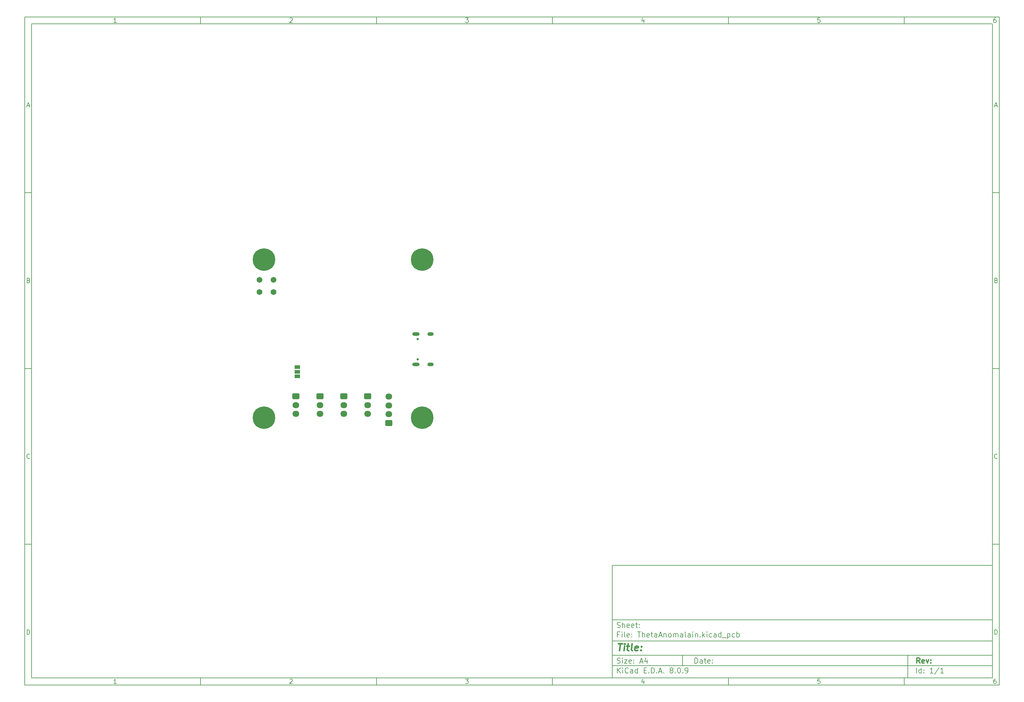
<source format=gbr>
%TF.GenerationSoftware,KiCad,Pcbnew,8.0.9-8.0.9-0~ubuntu24.04.1*%
%TF.CreationDate,2025-05-06T11:39:43+05:00*%
%TF.ProjectId,ThetaAnomalain,54686574-6141-46e6-9f6d-616c61696e2e,rev?*%
%TF.SameCoordinates,Original*%
%TF.FileFunction,Soldermask,Bot*%
%TF.FilePolarity,Negative*%
%FSLAX46Y46*%
G04 Gerber Fmt 4.6, Leading zero omitted, Abs format (unit mm)*
G04 Created by KiCad (PCBNEW 8.0.9-8.0.9-0~ubuntu24.04.1) date 2025-05-06 11:39:43*
%MOMM*%
%LPD*%
G01*
G04 APERTURE LIST*
G04 Aperture macros list*
%AMRoundRect*
0 Rectangle with rounded corners*
0 $1 Rounding radius*
0 $2 $3 $4 $5 $6 $7 $8 $9 X,Y pos of 4 corners*
0 Add a 4 corners polygon primitive as box body*
4,1,4,$2,$3,$4,$5,$6,$7,$8,$9,$2,$3,0*
0 Add four circle primitives for the rounded corners*
1,1,$1+$1,$2,$3*
1,1,$1+$1,$4,$5*
1,1,$1+$1,$6,$7*
1,1,$1+$1,$8,$9*
0 Add four rect primitives between the rounded corners*
20,1,$1+$1,$2,$3,$4,$5,0*
20,1,$1+$1,$4,$5,$6,$7,0*
20,1,$1+$1,$6,$7,$8,$9,0*
20,1,$1+$1,$8,$9,$2,$3,0*%
G04 Aperture macros list end*
%ADD10C,0.100000*%
%ADD11C,0.150000*%
%ADD12C,0.300000*%
%ADD13C,0.400000*%
%ADD14RoundRect,0.250000X-0.725000X0.600000X-0.725000X-0.600000X0.725000X-0.600000X0.725000X0.600000X0*%
%ADD15O,1.950000X1.700000*%
%ADD16C,0.800000*%
%ADD17C,6.400000*%
%ADD18RoundRect,0.250000X0.725000X-0.600000X0.725000X0.600000X-0.725000X0.600000X-0.725000X-0.600000X0*%
%ADD19C,1.649242*%
%ADD20C,0.650000*%
%ADD21O,2.100000X1.000000*%
%ADD22O,1.800000X1.000000*%
%ADD23R,1.500000X1.000000*%
G04 APERTURE END LIST*
D10*
D11*
X177002200Y-166007200D02*
X285002200Y-166007200D01*
X285002200Y-198007200D01*
X177002200Y-198007200D01*
X177002200Y-166007200D01*
D10*
D11*
X10000000Y-10000000D02*
X287002200Y-10000000D01*
X287002200Y-200007200D01*
X10000000Y-200007200D01*
X10000000Y-10000000D01*
D10*
D11*
X12000000Y-12000000D02*
X285002200Y-12000000D01*
X285002200Y-198007200D01*
X12000000Y-198007200D01*
X12000000Y-12000000D01*
D10*
D11*
X60000000Y-12000000D02*
X60000000Y-10000000D01*
D10*
D11*
X110000000Y-12000000D02*
X110000000Y-10000000D01*
D10*
D11*
X160000000Y-12000000D02*
X160000000Y-10000000D01*
D10*
D11*
X210000000Y-12000000D02*
X210000000Y-10000000D01*
D10*
D11*
X260000000Y-12000000D02*
X260000000Y-10000000D01*
D10*
D11*
X36089160Y-11593604D02*
X35346303Y-11593604D01*
X35717731Y-11593604D02*
X35717731Y-10293604D01*
X35717731Y-10293604D02*
X35593922Y-10479319D01*
X35593922Y-10479319D02*
X35470112Y-10603128D01*
X35470112Y-10603128D02*
X35346303Y-10665033D01*
D10*
D11*
X85346303Y-10417414D02*
X85408207Y-10355509D01*
X85408207Y-10355509D02*
X85532017Y-10293604D01*
X85532017Y-10293604D02*
X85841541Y-10293604D01*
X85841541Y-10293604D02*
X85965350Y-10355509D01*
X85965350Y-10355509D02*
X86027255Y-10417414D01*
X86027255Y-10417414D02*
X86089160Y-10541223D01*
X86089160Y-10541223D02*
X86089160Y-10665033D01*
X86089160Y-10665033D02*
X86027255Y-10850747D01*
X86027255Y-10850747D02*
X85284398Y-11593604D01*
X85284398Y-11593604D02*
X86089160Y-11593604D01*
D10*
D11*
X135284398Y-10293604D02*
X136089160Y-10293604D01*
X136089160Y-10293604D02*
X135655826Y-10788842D01*
X135655826Y-10788842D02*
X135841541Y-10788842D01*
X135841541Y-10788842D02*
X135965350Y-10850747D01*
X135965350Y-10850747D02*
X136027255Y-10912652D01*
X136027255Y-10912652D02*
X136089160Y-11036461D01*
X136089160Y-11036461D02*
X136089160Y-11345985D01*
X136089160Y-11345985D02*
X136027255Y-11469795D01*
X136027255Y-11469795D02*
X135965350Y-11531700D01*
X135965350Y-11531700D02*
X135841541Y-11593604D01*
X135841541Y-11593604D02*
X135470112Y-11593604D01*
X135470112Y-11593604D02*
X135346303Y-11531700D01*
X135346303Y-11531700D02*
X135284398Y-11469795D01*
D10*
D11*
X185965350Y-10726938D02*
X185965350Y-11593604D01*
X185655826Y-10231700D02*
X185346303Y-11160271D01*
X185346303Y-11160271D02*
X186151064Y-11160271D01*
D10*
D11*
X236027255Y-10293604D02*
X235408207Y-10293604D01*
X235408207Y-10293604D02*
X235346303Y-10912652D01*
X235346303Y-10912652D02*
X235408207Y-10850747D01*
X235408207Y-10850747D02*
X235532017Y-10788842D01*
X235532017Y-10788842D02*
X235841541Y-10788842D01*
X235841541Y-10788842D02*
X235965350Y-10850747D01*
X235965350Y-10850747D02*
X236027255Y-10912652D01*
X236027255Y-10912652D02*
X236089160Y-11036461D01*
X236089160Y-11036461D02*
X236089160Y-11345985D01*
X236089160Y-11345985D02*
X236027255Y-11469795D01*
X236027255Y-11469795D02*
X235965350Y-11531700D01*
X235965350Y-11531700D02*
X235841541Y-11593604D01*
X235841541Y-11593604D02*
X235532017Y-11593604D01*
X235532017Y-11593604D02*
X235408207Y-11531700D01*
X235408207Y-11531700D02*
X235346303Y-11469795D01*
D10*
D11*
X285965350Y-10293604D02*
X285717731Y-10293604D01*
X285717731Y-10293604D02*
X285593922Y-10355509D01*
X285593922Y-10355509D02*
X285532017Y-10417414D01*
X285532017Y-10417414D02*
X285408207Y-10603128D01*
X285408207Y-10603128D02*
X285346303Y-10850747D01*
X285346303Y-10850747D02*
X285346303Y-11345985D01*
X285346303Y-11345985D02*
X285408207Y-11469795D01*
X285408207Y-11469795D02*
X285470112Y-11531700D01*
X285470112Y-11531700D02*
X285593922Y-11593604D01*
X285593922Y-11593604D02*
X285841541Y-11593604D01*
X285841541Y-11593604D02*
X285965350Y-11531700D01*
X285965350Y-11531700D02*
X286027255Y-11469795D01*
X286027255Y-11469795D02*
X286089160Y-11345985D01*
X286089160Y-11345985D02*
X286089160Y-11036461D01*
X286089160Y-11036461D02*
X286027255Y-10912652D01*
X286027255Y-10912652D02*
X285965350Y-10850747D01*
X285965350Y-10850747D02*
X285841541Y-10788842D01*
X285841541Y-10788842D02*
X285593922Y-10788842D01*
X285593922Y-10788842D02*
X285470112Y-10850747D01*
X285470112Y-10850747D02*
X285408207Y-10912652D01*
X285408207Y-10912652D02*
X285346303Y-11036461D01*
D10*
D11*
X60000000Y-198007200D02*
X60000000Y-200007200D01*
D10*
D11*
X110000000Y-198007200D02*
X110000000Y-200007200D01*
D10*
D11*
X160000000Y-198007200D02*
X160000000Y-200007200D01*
D10*
D11*
X210000000Y-198007200D02*
X210000000Y-200007200D01*
D10*
D11*
X260000000Y-198007200D02*
X260000000Y-200007200D01*
D10*
D11*
X36089160Y-199600804D02*
X35346303Y-199600804D01*
X35717731Y-199600804D02*
X35717731Y-198300804D01*
X35717731Y-198300804D02*
X35593922Y-198486519D01*
X35593922Y-198486519D02*
X35470112Y-198610328D01*
X35470112Y-198610328D02*
X35346303Y-198672233D01*
D10*
D11*
X85346303Y-198424614D02*
X85408207Y-198362709D01*
X85408207Y-198362709D02*
X85532017Y-198300804D01*
X85532017Y-198300804D02*
X85841541Y-198300804D01*
X85841541Y-198300804D02*
X85965350Y-198362709D01*
X85965350Y-198362709D02*
X86027255Y-198424614D01*
X86027255Y-198424614D02*
X86089160Y-198548423D01*
X86089160Y-198548423D02*
X86089160Y-198672233D01*
X86089160Y-198672233D02*
X86027255Y-198857947D01*
X86027255Y-198857947D02*
X85284398Y-199600804D01*
X85284398Y-199600804D02*
X86089160Y-199600804D01*
D10*
D11*
X135284398Y-198300804D02*
X136089160Y-198300804D01*
X136089160Y-198300804D02*
X135655826Y-198796042D01*
X135655826Y-198796042D02*
X135841541Y-198796042D01*
X135841541Y-198796042D02*
X135965350Y-198857947D01*
X135965350Y-198857947D02*
X136027255Y-198919852D01*
X136027255Y-198919852D02*
X136089160Y-199043661D01*
X136089160Y-199043661D02*
X136089160Y-199353185D01*
X136089160Y-199353185D02*
X136027255Y-199476995D01*
X136027255Y-199476995D02*
X135965350Y-199538900D01*
X135965350Y-199538900D02*
X135841541Y-199600804D01*
X135841541Y-199600804D02*
X135470112Y-199600804D01*
X135470112Y-199600804D02*
X135346303Y-199538900D01*
X135346303Y-199538900D02*
X135284398Y-199476995D01*
D10*
D11*
X185965350Y-198734138D02*
X185965350Y-199600804D01*
X185655826Y-198238900D02*
X185346303Y-199167471D01*
X185346303Y-199167471D02*
X186151064Y-199167471D01*
D10*
D11*
X236027255Y-198300804D02*
X235408207Y-198300804D01*
X235408207Y-198300804D02*
X235346303Y-198919852D01*
X235346303Y-198919852D02*
X235408207Y-198857947D01*
X235408207Y-198857947D02*
X235532017Y-198796042D01*
X235532017Y-198796042D02*
X235841541Y-198796042D01*
X235841541Y-198796042D02*
X235965350Y-198857947D01*
X235965350Y-198857947D02*
X236027255Y-198919852D01*
X236027255Y-198919852D02*
X236089160Y-199043661D01*
X236089160Y-199043661D02*
X236089160Y-199353185D01*
X236089160Y-199353185D02*
X236027255Y-199476995D01*
X236027255Y-199476995D02*
X235965350Y-199538900D01*
X235965350Y-199538900D02*
X235841541Y-199600804D01*
X235841541Y-199600804D02*
X235532017Y-199600804D01*
X235532017Y-199600804D02*
X235408207Y-199538900D01*
X235408207Y-199538900D02*
X235346303Y-199476995D01*
D10*
D11*
X285965350Y-198300804D02*
X285717731Y-198300804D01*
X285717731Y-198300804D02*
X285593922Y-198362709D01*
X285593922Y-198362709D02*
X285532017Y-198424614D01*
X285532017Y-198424614D02*
X285408207Y-198610328D01*
X285408207Y-198610328D02*
X285346303Y-198857947D01*
X285346303Y-198857947D02*
X285346303Y-199353185D01*
X285346303Y-199353185D02*
X285408207Y-199476995D01*
X285408207Y-199476995D02*
X285470112Y-199538900D01*
X285470112Y-199538900D02*
X285593922Y-199600804D01*
X285593922Y-199600804D02*
X285841541Y-199600804D01*
X285841541Y-199600804D02*
X285965350Y-199538900D01*
X285965350Y-199538900D02*
X286027255Y-199476995D01*
X286027255Y-199476995D02*
X286089160Y-199353185D01*
X286089160Y-199353185D02*
X286089160Y-199043661D01*
X286089160Y-199043661D02*
X286027255Y-198919852D01*
X286027255Y-198919852D02*
X285965350Y-198857947D01*
X285965350Y-198857947D02*
X285841541Y-198796042D01*
X285841541Y-198796042D02*
X285593922Y-198796042D01*
X285593922Y-198796042D02*
X285470112Y-198857947D01*
X285470112Y-198857947D02*
X285408207Y-198919852D01*
X285408207Y-198919852D02*
X285346303Y-199043661D01*
D10*
D11*
X10000000Y-60000000D02*
X12000000Y-60000000D01*
D10*
D11*
X10000000Y-110000000D02*
X12000000Y-110000000D01*
D10*
D11*
X10000000Y-160000000D02*
X12000000Y-160000000D01*
D10*
D11*
X10690476Y-35222176D02*
X11309523Y-35222176D01*
X10566666Y-35593604D02*
X10999999Y-34293604D01*
X10999999Y-34293604D02*
X11433333Y-35593604D01*
D10*
D11*
X11092857Y-84912652D02*
X11278571Y-84974557D01*
X11278571Y-84974557D02*
X11340476Y-85036461D01*
X11340476Y-85036461D02*
X11402380Y-85160271D01*
X11402380Y-85160271D02*
X11402380Y-85345985D01*
X11402380Y-85345985D02*
X11340476Y-85469795D01*
X11340476Y-85469795D02*
X11278571Y-85531700D01*
X11278571Y-85531700D02*
X11154761Y-85593604D01*
X11154761Y-85593604D02*
X10659523Y-85593604D01*
X10659523Y-85593604D02*
X10659523Y-84293604D01*
X10659523Y-84293604D02*
X11092857Y-84293604D01*
X11092857Y-84293604D02*
X11216666Y-84355509D01*
X11216666Y-84355509D02*
X11278571Y-84417414D01*
X11278571Y-84417414D02*
X11340476Y-84541223D01*
X11340476Y-84541223D02*
X11340476Y-84665033D01*
X11340476Y-84665033D02*
X11278571Y-84788842D01*
X11278571Y-84788842D02*
X11216666Y-84850747D01*
X11216666Y-84850747D02*
X11092857Y-84912652D01*
X11092857Y-84912652D02*
X10659523Y-84912652D01*
D10*
D11*
X11402380Y-135469795D02*
X11340476Y-135531700D01*
X11340476Y-135531700D02*
X11154761Y-135593604D01*
X11154761Y-135593604D02*
X11030952Y-135593604D01*
X11030952Y-135593604D02*
X10845238Y-135531700D01*
X10845238Y-135531700D02*
X10721428Y-135407890D01*
X10721428Y-135407890D02*
X10659523Y-135284080D01*
X10659523Y-135284080D02*
X10597619Y-135036461D01*
X10597619Y-135036461D02*
X10597619Y-134850747D01*
X10597619Y-134850747D02*
X10659523Y-134603128D01*
X10659523Y-134603128D02*
X10721428Y-134479319D01*
X10721428Y-134479319D02*
X10845238Y-134355509D01*
X10845238Y-134355509D02*
X11030952Y-134293604D01*
X11030952Y-134293604D02*
X11154761Y-134293604D01*
X11154761Y-134293604D02*
X11340476Y-134355509D01*
X11340476Y-134355509D02*
X11402380Y-134417414D01*
D10*
D11*
X10659523Y-185593604D02*
X10659523Y-184293604D01*
X10659523Y-184293604D02*
X10969047Y-184293604D01*
X10969047Y-184293604D02*
X11154761Y-184355509D01*
X11154761Y-184355509D02*
X11278571Y-184479319D01*
X11278571Y-184479319D02*
X11340476Y-184603128D01*
X11340476Y-184603128D02*
X11402380Y-184850747D01*
X11402380Y-184850747D02*
X11402380Y-185036461D01*
X11402380Y-185036461D02*
X11340476Y-185284080D01*
X11340476Y-185284080D02*
X11278571Y-185407890D01*
X11278571Y-185407890D02*
X11154761Y-185531700D01*
X11154761Y-185531700D02*
X10969047Y-185593604D01*
X10969047Y-185593604D02*
X10659523Y-185593604D01*
D10*
D11*
X287002200Y-60000000D02*
X285002200Y-60000000D01*
D10*
D11*
X287002200Y-110000000D02*
X285002200Y-110000000D01*
D10*
D11*
X287002200Y-160000000D02*
X285002200Y-160000000D01*
D10*
D11*
X285692676Y-35222176D02*
X286311723Y-35222176D01*
X285568866Y-35593604D02*
X286002199Y-34293604D01*
X286002199Y-34293604D02*
X286435533Y-35593604D01*
D10*
D11*
X286095057Y-84912652D02*
X286280771Y-84974557D01*
X286280771Y-84974557D02*
X286342676Y-85036461D01*
X286342676Y-85036461D02*
X286404580Y-85160271D01*
X286404580Y-85160271D02*
X286404580Y-85345985D01*
X286404580Y-85345985D02*
X286342676Y-85469795D01*
X286342676Y-85469795D02*
X286280771Y-85531700D01*
X286280771Y-85531700D02*
X286156961Y-85593604D01*
X286156961Y-85593604D02*
X285661723Y-85593604D01*
X285661723Y-85593604D02*
X285661723Y-84293604D01*
X285661723Y-84293604D02*
X286095057Y-84293604D01*
X286095057Y-84293604D02*
X286218866Y-84355509D01*
X286218866Y-84355509D02*
X286280771Y-84417414D01*
X286280771Y-84417414D02*
X286342676Y-84541223D01*
X286342676Y-84541223D02*
X286342676Y-84665033D01*
X286342676Y-84665033D02*
X286280771Y-84788842D01*
X286280771Y-84788842D02*
X286218866Y-84850747D01*
X286218866Y-84850747D02*
X286095057Y-84912652D01*
X286095057Y-84912652D02*
X285661723Y-84912652D01*
D10*
D11*
X286404580Y-135469795D02*
X286342676Y-135531700D01*
X286342676Y-135531700D02*
X286156961Y-135593604D01*
X286156961Y-135593604D02*
X286033152Y-135593604D01*
X286033152Y-135593604D02*
X285847438Y-135531700D01*
X285847438Y-135531700D02*
X285723628Y-135407890D01*
X285723628Y-135407890D02*
X285661723Y-135284080D01*
X285661723Y-135284080D02*
X285599819Y-135036461D01*
X285599819Y-135036461D02*
X285599819Y-134850747D01*
X285599819Y-134850747D02*
X285661723Y-134603128D01*
X285661723Y-134603128D02*
X285723628Y-134479319D01*
X285723628Y-134479319D02*
X285847438Y-134355509D01*
X285847438Y-134355509D02*
X286033152Y-134293604D01*
X286033152Y-134293604D02*
X286156961Y-134293604D01*
X286156961Y-134293604D02*
X286342676Y-134355509D01*
X286342676Y-134355509D02*
X286404580Y-134417414D01*
D10*
D11*
X285661723Y-185593604D02*
X285661723Y-184293604D01*
X285661723Y-184293604D02*
X285971247Y-184293604D01*
X285971247Y-184293604D02*
X286156961Y-184355509D01*
X286156961Y-184355509D02*
X286280771Y-184479319D01*
X286280771Y-184479319D02*
X286342676Y-184603128D01*
X286342676Y-184603128D02*
X286404580Y-184850747D01*
X286404580Y-184850747D02*
X286404580Y-185036461D01*
X286404580Y-185036461D02*
X286342676Y-185284080D01*
X286342676Y-185284080D02*
X286280771Y-185407890D01*
X286280771Y-185407890D02*
X286156961Y-185531700D01*
X286156961Y-185531700D02*
X285971247Y-185593604D01*
X285971247Y-185593604D02*
X285661723Y-185593604D01*
D10*
D11*
X200458026Y-193793328D02*
X200458026Y-192293328D01*
X200458026Y-192293328D02*
X200815169Y-192293328D01*
X200815169Y-192293328D02*
X201029455Y-192364757D01*
X201029455Y-192364757D02*
X201172312Y-192507614D01*
X201172312Y-192507614D02*
X201243741Y-192650471D01*
X201243741Y-192650471D02*
X201315169Y-192936185D01*
X201315169Y-192936185D02*
X201315169Y-193150471D01*
X201315169Y-193150471D02*
X201243741Y-193436185D01*
X201243741Y-193436185D02*
X201172312Y-193579042D01*
X201172312Y-193579042D02*
X201029455Y-193721900D01*
X201029455Y-193721900D02*
X200815169Y-193793328D01*
X200815169Y-193793328D02*
X200458026Y-193793328D01*
X202600884Y-193793328D02*
X202600884Y-193007614D01*
X202600884Y-193007614D02*
X202529455Y-192864757D01*
X202529455Y-192864757D02*
X202386598Y-192793328D01*
X202386598Y-192793328D02*
X202100884Y-192793328D01*
X202100884Y-192793328D02*
X201958026Y-192864757D01*
X202600884Y-193721900D02*
X202458026Y-193793328D01*
X202458026Y-193793328D02*
X202100884Y-193793328D01*
X202100884Y-193793328D02*
X201958026Y-193721900D01*
X201958026Y-193721900D02*
X201886598Y-193579042D01*
X201886598Y-193579042D02*
X201886598Y-193436185D01*
X201886598Y-193436185D02*
X201958026Y-193293328D01*
X201958026Y-193293328D02*
X202100884Y-193221900D01*
X202100884Y-193221900D02*
X202458026Y-193221900D01*
X202458026Y-193221900D02*
X202600884Y-193150471D01*
X203100884Y-192793328D02*
X203672312Y-192793328D01*
X203315169Y-192293328D02*
X203315169Y-193579042D01*
X203315169Y-193579042D02*
X203386598Y-193721900D01*
X203386598Y-193721900D02*
X203529455Y-193793328D01*
X203529455Y-193793328D02*
X203672312Y-193793328D01*
X204743741Y-193721900D02*
X204600884Y-193793328D01*
X204600884Y-193793328D02*
X204315170Y-193793328D01*
X204315170Y-193793328D02*
X204172312Y-193721900D01*
X204172312Y-193721900D02*
X204100884Y-193579042D01*
X204100884Y-193579042D02*
X204100884Y-193007614D01*
X204100884Y-193007614D02*
X204172312Y-192864757D01*
X204172312Y-192864757D02*
X204315170Y-192793328D01*
X204315170Y-192793328D02*
X204600884Y-192793328D01*
X204600884Y-192793328D02*
X204743741Y-192864757D01*
X204743741Y-192864757D02*
X204815170Y-193007614D01*
X204815170Y-193007614D02*
X204815170Y-193150471D01*
X204815170Y-193150471D02*
X204100884Y-193293328D01*
X205458026Y-193650471D02*
X205529455Y-193721900D01*
X205529455Y-193721900D02*
X205458026Y-193793328D01*
X205458026Y-193793328D02*
X205386598Y-193721900D01*
X205386598Y-193721900D02*
X205458026Y-193650471D01*
X205458026Y-193650471D02*
X205458026Y-193793328D01*
X205458026Y-192864757D02*
X205529455Y-192936185D01*
X205529455Y-192936185D02*
X205458026Y-193007614D01*
X205458026Y-193007614D02*
X205386598Y-192936185D01*
X205386598Y-192936185D02*
X205458026Y-192864757D01*
X205458026Y-192864757D02*
X205458026Y-193007614D01*
D10*
D11*
X177002200Y-194507200D02*
X285002200Y-194507200D01*
D10*
D11*
X178458026Y-196593328D02*
X178458026Y-195093328D01*
X179315169Y-196593328D02*
X178672312Y-195736185D01*
X179315169Y-195093328D02*
X178458026Y-195950471D01*
X179958026Y-196593328D02*
X179958026Y-195593328D01*
X179958026Y-195093328D02*
X179886598Y-195164757D01*
X179886598Y-195164757D02*
X179958026Y-195236185D01*
X179958026Y-195236185D02*
X180029455Y-195164757D01*
X180029455Y-195164757D02*
X179958026Y-195093328D01*
X179958026Y-195093328D02*
X179958026Y-195236185D01*
X181529455Y-196450471D02*
X181458027Y-196521900D01*
X181458027Y-196521900D02*
X181243741Y-196593328D01*
X181243741Y-196593328D02*
X181100884Y-196593328D01*
X181100884Y-196593328D02*
X180886598Y-196521900D01*
X180886598Y-196521900D02*
X180743741Y-196379042D01*
X180743741Y-196379042D02*
X180672312Y-196236185D01*
X180672312Y-196236185D02*
X180600884Y-195950471D01*
X180600884Y-195950471D02*
X180600884Y-195736185D01*
X180600884Y-195736185D02*
X180672312Y-195450471D01*
X180672312Y-195450471D02*
X180743741Y-195307614D01*
X180743741Y-195307614D02*
X180886598Y-195164757D01*
X180886598Y-195164757D02*
X181100884Y-195093328D01*
X181100884Y-195093328D02*
X181243741Y-195093328D01*
X181243741Y-195093328D02*
X181458027Y-195164757D01*
X181458027Y-195164757D02*
X181529455Y-195236185D01*
X182815170Y-196593328D02*
X182815170Y-195807614D01*
X182815170Y-195807614D02*
X182743741Y-195664757D01*
X182743741Y-195664757D02*
X182600884Y-195593328D01*
X182600884Y-195593328D02*
X182315170Y-195593328D01*
X182315170Y-195593328D02*
X182172312Y-195664757D01*
X182815170Y-196521900D02*
X182672312Y-196593328D01*
X182672312Y-196593328D02*
X182315170Y-196593328D01*
X182315170Y-196593328D02*
X182172312Y-196521900D01*
X182172312Y-196521900D02*
X182100884Y-196379042D01*
X182100884Y-196379042D02*
X182100884Y-196236185D01*
X182100884Y-196236185D02*
X182172312Y-196093328D01*
X182172312Y-196093328D02*
X182315170Y-196021900D01*
X182315170Y-196021900D02*
X182672312Y-196021900D01*
X182672312Y-196021900D02*
X182815170Y-195950471D01*
X184172313Y-196593328D02*
X184172313Y-195093328D01*
X184172313Y-196521900D02*
X184029455Y-196593328D01*
X184029455Y-196593328D02*
X183743741Y-196593328D01*
X183743741Y-196593328D02*
X183600884Y-196521900D01*
X183600884Y-196521900D02*
X183529455Y-196450471D01*
X183529455Y-196450471D02*
X183458027Y-196307614D01*
X183458027Y-196307614D02*
X183458027Y-195879042D01*
X183458027Y-195879042D02*
X183529455Y-195736185D01*
X183529455Y-195736185D02*
X183600884Y-195664757D01*
X183600884Y-195664757D02*
X183743741Y-195593328D01*
X183743741Y-195593328D02*
X184029455Y-195593328D01*
X184029455Y-195593328D02*
X184172313Y-195664757D01*
X186029455Y-195807614D02*
X186529455Y-195807614D01*
X186743741Y-196593328D02*
X186029455Y-196593328D01*
X186029455Y-196593328D02*
X186029455Y-195093328D01*
X186029455Y-195093328D02*
X186743741Y-195093328D01*
X187386598Y-196450471D02*
X187458027Y-196521900D01*
X187458027Y-196521900D02*
X187386598Y-196593328D01*
X187386598Y-196593328D02*
X187315170Y-196521900D01*
X187315170Y-196521900D02*
X187386598Y-196450471D01*
X187386598Y-196450471D02*
X187386598Y-196593328D01*
X188100884Y-196593328D02*
X188100884Y-195093328D01*
X188100884Y-195093328D02*
X188458027Y-195093328D01*
X188458027Y-195093328D02*
X188672313Y-195164757D01*
X188672313Y-195164757D02*
X188815170Y-195307614D01*
X188815170Y-195307614D02*
X188886599Y-195450471D01*
X188886599Y-195450471D02*
X188958027Y-195736185D01*
X188958027Y-195736185D02*
X188958027Y-195950471D01*
X188958027Y-195950471D02*
X188886599Y-196236185D01*
X188886599Y-196236185D02*
X188815170Y-196379042D01*
X188815170Y-196379042D02*
X188672313Y-196521900D01*
X188672313Y-196521900D02*
X188458027Y-196593328D01*
X188458027Y-196593328D02*
X188100884Y-196593328D01*
X189600884Y-196450471D02*
X189672313Y-196521900D01*
X189672313Y-196521900D02*
X189600884Y-196593328D01*
X189600884Y-196593328D02*
X189529456Y-196521900D01*
X189529456Y-196521900D02*
X189600884Y-196450471D01*
X189600884Y-196450471D02*
X189600884Y-196593328D01*
X190243742Y-196164757D02*
X190958028Y-196164757D01*
X190100885Y-196593328D02*
X190600885Y-195093328D01*
X190600885Y-195093328D02*
X191100885Y-196593328D01*
X191600884Y-196450471D02*
X191672313Y-196521900D01*
X191672313Y-196521900D02*
X191600884Y-196593328D01*
X191600884Y-196593328D02*
X191529456Y-196521900D01*
X191529456Y-196521900D02*
X191600884Y-196450471D01*
X191600884Y-196450471D02*
X191600884Y-196593328D01*
X193672313Y-195736185D02*
X193529456Y-195664757D01*
X193529456Y-195664757D02*
X193458027Y-195593328D01*
X193458027Y-195593328D02*
X193386599Y-195450471D01*
X193386599Y-195450471D02*
X193386599Y-195379042D01*
X193386599Y-195379042D02*
X193458027Y-195236185D01*
X193458027Y-195236185D02*
X193529456Y-195164757D01*
X193529456Y-195164757D02*
X193672313Y-195093328D01*
X193672313Y-195093328D02*
X193958027Y-195093328D01*
X193958027Y-195093328D02*
X194100885Y-195164757D01*
X194100885Y-195164757D02*
X194172313Y-195236185D01*
X194172313Y-195236185D02*
X194243742Y-195379042D01*
X194243742Y-195379042D02*
X194243742Y-195450471D01*
X194243742Y-195450471D02*
X194172313Y-195593328D01*
X194172313Y-195593328D02*
X194100885Y-195664757D01*
X194100885Y-195664757D02*
X193958027Y-195736185D01*
X193958027Y-195736185D02*
X193672313Y-195736185D01*
X193672313Y-195736185D02*
X193529456Y-195807614D01*
X193529456Y-195807614D02*
X193458027Y-195879042D01*
X193458027Y-195879042D02*
X193386599Y-196021900D01*
X193386599Y-196021900D02*
X193386599Y-196307614D01*
X193386599Y-196307614D02*
X193458027Y-196450471D01*
X193458027Y-196450471D02*
X193529456Y-196521900D01*
X193529456Y-196521900D02*
X193672313Y-196593328D01*
X193672313Y-196593328D02*
X193958027Y-196593328D01*
X193958027Y-196593328D02*
X194100885Y-196521900D01*
X194100885Y-196521900D02*
X194172313Y-196450471D01*
X194172313Y-196450471D02*
X194243742Y-196307614D01*
X194243742Y-196307614D02*
X194243742Y-196021900D01*
X194243742Y-196021900D02*
X194172313Y-195879042D01*
X194172313Y-195879042D02*
X194100885Y-195807614D01*
X194100885Y-195807614D02*
X193958027Y-195736185D01*
X194886598Y-196450471D02*
X194958027Y-196521900D01*
X194958027Y-196521900D02*
X194886598Y-196593328D01*
X194886598Y-196593328D02*
X194815170Y-196521900D01*
X194815170Y-196521900D02*
X194886598Y-196450471D01*
X194886598Y-196450471D02*
X194886598Y-196593328D01*
X195886599Y-195093328D02*
X196029456Y-195093328D01*
X196029456Y-195093328D02*
X196172313Y-195164757D01*
X196172313Y-195164757D02*
X196243742Y-195236185D01*
X196243742Y-195236185D02*
X196315170Y-195379042D01*
X196315170Y-195379042D02*
X196386599Y-195664757D01*
X196386599Y-195664757D02*
X196386599Y-196021900D01*
X196386599Y-196021900D02*
X196315170Y-196307614D01*
X196315170Y-196307614D02*
X196243742Y-196450471D01*
X196243742Y-196450471D02*
X196172313Y-196521900D01*
X196172313Y-196521900D02*
X196029456Y-196593328D01*
X196029456Y-196593328D02*
X195886599Y-196593328D01*
X195886599Y-196593328D02*
X195743742Y-196521900D01*
X195743742Y-196521900D02*
X195672313Y-196450471D01*
X195672313Y-196450471D02*
X195600884Y-196307614D01*
X195600884Y-196307614D02*
X195529456Y-196021900D01*
X195529456Y-196021900D02*
X195529456Y-195664757D01*
X195529456Y-195664757D02*
X195600884Y-195379042D01*
X195600884Y-195379042D02*
X195672313Y-195236185D01*
X195672313Y-195236185D02*
X195743742Y-195164757D01*
X195743742Y-195164757D02*
X195886599Y-195093328D01*
X197029455Y-196450471D02*
X197100884Y-196521900D01*
X197100884Y-196521900D02*
X197029455Y-196593328D01*
X197029455Y-196593328D02*
X196958027Y-196521900D01*
X196958027Y-196521900D02*
X197029455Y-196450471D01*
X197029455Y-196450471D02*
X197029455Y-196593328D01*
X197815170Y-196593328D02*
X198100884Y-196593328D01*
X198100884Y-196593328D02*
X198243741Y-196521900D01*
X198243741Y-196521900D02*
X198315170Y-196450471D01*
X198315170Y-196450471D02*
X198458027Y-196236185D01*
X198458027Y-196236185D02*
X198529456Y-195950471D01*
X198529456Y-195950471D02*
X198529456Y-195379042D01*
X198529456Y-195379042D02*
X198458027Y-195236185D01*
X198458027Y-195236185D02*
X198386599Y-195164757D01*
X198386599Y-195164757D02*
X198243741Y-195093328D01*
X198243741Y-195093328D02*
X197958027Y-195093328D01*
X197958027Y-195093328D02*
X197815170Y-195164757D01*
X197815170Y-195164757D02*
X197743741Y-195236185D01*
X197743741Y-195236185D02*
X197672313Y-195379042D01*
X197672313Y-195379042D02*
X197672313Y-195736185D01*
X197672313Y-195736185D02*
X197743741Y-195879042D01*
X197743741Y-195879042D02*
X197815170Y-195950471D01*
X197815170Y-195950471D02*
X197958027Y-196021900D01*
X197958027Y-196021900D02*
X198243741Y-196021900D01*
X198243741Y-196021900D02*
X198386599Y-195950471D01*
X198386599Y-195950471D02*
X198458027Y-195879042D01*
X198458027Y-195879042D02*
X198529456Y-195736185D01*
D10*
D11*
X177002200Y-191507200D02*
X285002200Y-191507200D01*
D10*
D12*
X264413853Y-193785528D02*
X263913853Y-193071242D01*
X263556710Y-193785528D02*
X263556710Y-192285528D01*
X263556710Y-192285528D02*
X264128139Y-192285528D01*
X264128139Y-192285528D02*
X264270996Y-192356957D01*
X264270996Y-192356957D02*
X264342425Y-192428385D01*
X264342425Y-192428385D02*
X264413853Y-192571242D01*
X264413853Y-192571242D02*
X264413853Y-192785528D01*
X264413853Y-192785528D02*
X264342425Y-192928385D01*
X264342425Y-192928385D02*
X264270996Y-192999814D01*
X264270996Y-192999814D02*
X264128139Y-193071242D01*
X264128139Y-193071242D02*
X263556710Y-193071242D01*
X265628139Y-193714100D02*
X265485282Y-193785528D01*
X265485282Y-193785528D02*
X265199568Y-193785528D01*
X265199568Y-193785528D02*
X265056710Y-193714100D01*
X265056710Y-193714100D02*
X264985282Y-193571242D01*
X264985282Y-193571242D02*
X264985282Y-192999814D01*
X264985282Y-192999814D02*
X265056710Y-192856957D01*
X265056710Y-192856957D02*
X265199568Y-192785528D01*
X265199568Y-192785528D02*
X265485282Y-192785528D01*
X265485282Y-192785528D02*
X265628139Y-192856957D01*
X265628139Y-192856957D02*
X265699568Y-192999814D01*
X265699568Y-192999814D02*
X265699568Y-193142671D01*
X265699568Y-193142671D02*
X264985282Y-193285528D01*
X266199567Y-192785528D02*
X266556710Y-193785528D01*
X266556710Y-193785528D02*
X266913853Y-192785528D01*
X267485281Y-193642671D02*
X267556710Y-193714100D01*
X267556710Y-193714100D02*
X267485281Y-193785528D01*
X267485281Y-193785528D02*
X267413853Y-193714100D01*
X267413853Y-193714100D02*
X267485281Y-193642671D01*
X267485281Y-193642671D02*
X267485281Y-193785528D01*
X267485281Y-192856957D02*
X267556710Y-192928385D01*
X267556710Y-192928385D02*
X267485281Y-192999814D01*
X267485281Y-192999814D02*
X267413853Y-192928385D01*
X267413853Y-192928385D02*
X267485281Y-192856957D01*
X267485281Y-192856957D02*
X267485281Y-192999814D01*
D10*
D11*
X178386598Y-193721900D02*
X178600884Y-193793328D01*
X178600884Y-193793328D02*
X178958026Y-193793328D01*
X178958026Y-193793328D02*
X179100884Y-193721900D01*
X179100884Y-193721900D02*
X179172312Y-193650471D01*
X179172312Y-193650471D02*
X179243741Y-193507614D01*
X179243741Y-193507614D02*
X179243741Y-193364757D01*
X179243741Y-193364757D02*
X179172312Y-193221900D01*
X179172312Y-193221900D02*
X179100884Y-193150471D01*
X179100884Y-193150471D02*
X178958026Y-193079042D01*
X178958026Y-193079042D02*
X178672312Y-193007614D01*
X178672312Y-193007614D02*
X178529455Y-192936185D01*
X178529455Y-192936185D02*
X178458026Y-192864757D01*
X178458026Y-192864757D02*
X178386598Y-192721900D01*
X178386598Y-192721900D02*
X178386598Y-192579042D01*
X178386598Y-192579042D02*
X178458026Y-192436185D01*
X178458026Y-192436185D02*
X178529455Y-192364757D01*
X178529455Y-192364757D02*
X178672312Y-192293328D01*
X178672312Y-192293328D02*
X179029455Y-192293328D01*
X179029455Y-192293328D02*
X179243741Y-192364757D01*
X179886597Y-193793328D02*
X179886597Y-192793328D01*
X179886597Y-192293328D02*
X179815169Y-192364757D01*
X179815169Y-192364757D02*
X179886597Y-192436185D01*
X179886597Y-192436185D02*
X179958026Y-192364757D01*
X179958026Y-192364757D02*
X179886597Y-192293328D01*
X179886597Y-192293328D02*
X179886597Y-192436185D01*
X180458026Y-192793328D02*
X181243741Y-192793328D01*
X181243741Y-192793328D02*
X180458026Y-193793328D01*
X180458026Y-193793328D02*
X181243741Y-193793328D01*
X182386598Y-193721900D02*
X182243741Y-193793328D01*
X182243741Y-193793328D02*
X181958027Y-193793328D01*
X181958027Y-193793328D02*
X181815169Y-193721900D01*
X181815169Y-193721900D02*
X181743741Y-193579042D01*
X181743741Y-193579042D02*
X181743741Y-193007614D01*
X181743741Y-193007614D02*
X181815169Y-192864757D01*
X181815169Y-192864757D02*
X181958027Y-192793328D01*
X181958027Y-192793328D02*
X182243741Y-192793328D01*
X182243741Y-192793328D02*
X182386598Y-192864757D01*
X182386598Y-192864757D02*
X182458027Y-193007614D01*
X182458027Y-193007614D02*
X182458027Y-193150471D01*
X182458027Y-193150471D02*
X181743741Y-193293328D01*
X183100883Y-193650471D02*
X183172312Y-193721900D01*
X183172312Y-193721900D02*
X183100883Y-193793328D01*
X183100883Y-193793328D02*
X183029455Y-193721900D01*
X183029455Y-193721900D02*
X183100883Y-193650471D01*
X183100883Y-193650471D02*
X183100883Y-193793328D01*
X183100883Y-192864757D02*
X183172312Y-192936185D01*
X183172312Y-192936185D02*
X183100883Y-193007614D01*
X183100883Y-193007614D02*
X183029455Y-192936185D01*
X183029455Y-192936185D02*
X183100883Y-192864757D01*
X183100883Y-192864757D02*
X183100883Y-193007614D01*
X184886598Y-193364757D02*
X185600884Y-193364757D01*
X184743741Y-193793328D02*
X185243741Y-192293328D01*
X185243741Y-192293328D02*
X185743741Y-193793328D01*
X186886598Y-192793328D02*
X186886598Y-193793328D01*
X186529455Y-192221900D02*
X186172312Y-193293328D01*
X186172312Y-193293328D02*
X187100883Y-193293328D01*
D10*
D11*
X263458026Y-196593328D02*
X263458026Y-195093328D01*
X264815170Y-196593328D02*
X264815170Y-195093328D01*
X264815170Y-196521900D02*
X264672312Y-196593328D01*
X264672312Y-196593328D02*
X264386598Y-196593328D01*
X264386598Y-196593328D02*
X264243741Y-196521900D01*
X264243741Y-196521900D02*
X264172312Y-196450471D01*
X264172312Y-196450471D02*
X264100884Y-196307614D01*
X264100884Y-196307614D02*
X264100884Y-195879042D01*
X264100884Y-195879042D02*
X264172312Y-195736185D01*
X264172312Y-195736185D02*
X264243741Y-195664757D01*
X264243741Y-195664757D02*
X264386598Y-195593328D01*
X264386598Y-195593328D02*
X264672312Y-195593328D01*
X264672312Y-195593328D02*
X264815170Y-195664757D01*
X265529455Y-196450471D02*
X265600884Y-196521900D01*
X265600884Y-196521900D02*
X265529455Y-196593328D01*
X265529455Y-196593328D02*
X265458027Y-196521900D01*
X265458027Y-196521900D02*
X265529455Y-196450471D01*
X265529455Y-196450471D02*
X265529455Y-196593328D01*
X265529455Y-195664757D02*
X265600884Y-195736185D01*
X265600884Y-195736185D02*
X265529455Y-195807614D01*
X265529455Y-195807614D02*
X265458027Y-195736185D01*
X265458027Y-195736185D02*
X265529455Y-195664757D01*
X265529455Y-195664757D02*
X265529455Y-195807614D01*
X268172313Y-196593328D02*
X267315170Y-196593328D01*
X267743741Y-196593328D02*
X267743741Y-195093328D01*
X267743741Y-195093328D02*
X267600884Y-195307614D01*
X267600884Y-195307614D02*
X267458027Y-195450471D01*
X267458027Y-195450471D02*
X267315170Y-195521900D01*
X269886598Y-195021900D02*
X268600884Y-196950471D01*
X271172313Y-196593328D02*
X270315170Y-196593328D01*
X270743741Y-196593328D02*
X270743741Y-195093328D01*
X270743741Y-195093328D02*
X270600884Y-195307614D01*
X270600884Y-195307614D02*
X270458027Y-195450471D01*
X270458027Y-195450471D02*
X270315170Y-195521900D01*
D10*
D11*
X177002200Y-187507200D02*
X285002200Y-187507200D01*
D10*
D13*
X178693928Y-188211638D02*
X179836785Y-188211638D01*
X179015357Y-190211638D02*
X179265357Y-188211638D01*
X180253452Y-190211638D02*
X180420119Y-188878304D01*
X180503452Y-188211638D02*
X180396309Y-188306876D01*
X180396309Y-188306876D02*
X180479643Y-188402114D01*
X180479643Y-188402114D02*
X180586786Y-188306876D01*
X180586786Y-188306876D02*
X180503452Y-188211638D01*
X180503452Y-188211638D02*
X180479643Y-188402114D01*
X181086786Y-188878304D02*
X181848690Y-188878304D01*
X181455833Y-188211638D02*
X181241548Y-189925923D01*
X181241548Y-189925923D02*
X181312976Y-190116400D01*
X181312976Y-190116400D02*
X181491548Y-190211638D01*
X181491548Y-190211638D02*
X181682024Y-190211638D01*
X182634405Y-190211638D02*
X182455833Y-190116400D01*
X182455833Y-190116400D02*
X182384405Y-189925923D01*
X182384405Y-189925923D02*
X182598690Y-188211638D01*
X184170119Y-190116400D02*
X183967738Y-190211638D01*
X183967738Y-190211638D02*
X183586785Y-190211638D01*
X183586785Y-190211638D02*
X183408214Y-190116400D01*
X183408214Y-190116400D02*
X183336785Y-189925923D01*
X183336785Y-189925923D02*
X183432024Y-189164019D01*
X183432024Y-189164019D02*
X183551071Y-188973542D01*
X183551071Y-188973542D02*
X183753452Y-188878304D01*
X183753452Y-188878304D02*
X184134404Y-188878304D01*
X184134404Y-188878304D02*
X184312976Y-188973542D01*
X184312976Y-188973542D02*
X184384404Y-189164019D01*
X184384404Y-189164019D02*
X184360595Y-189354495D01*
X184360595Y-189354495D02*
X183384404Y-189544971D01*
X185134405Y-190021161D02*
X185217738Y-190116400D01*
X185217738Y-190116400D02*
X185110595Y-190211638D01*
X185110595Y-190211638D02*
X185027262Y-190116400D01*
X185027262Y-190116400D02*
X185134405Y-190021161D01*
X185134405Y-190021161D02*
X185110595Y-190211638D01*
X185265357Y-188973542D02*
X185348690Y-189068780D01*
X185348690Y-189068780D02*
X185241548Y-189164019D01*
X185241548Y-189164019D02*
X185158214Y-189068780D01*
X185158214Y-189068780D02*
X185265357Y-188973542D01*
X185265357Y-188973542D02*
X185241548Y-189164019D01*
D10*
D11*
X178958026Y-185607614D02*
X178458026Y-185607614D01*
X178458026Y-186393328D02*
X178458026Y-184893328D01*
X178458026Y-184893328D02*
X179172312Y-184893328D01*
X179743740Y-186393328D02*
X179743740Y-185393328D01*
X179743740Y-184893328D02*
X179672312Y-184964757D01*
X179672312Y-184964757D02*
X179743740Y-185036185D01*
X179743740Y-185036185D02*
X179815169Y-184964757D01*
X179815169Y-184964757D02*
X179743740Y-184893328D01*
X179743740Y-184893328D02*
X179743740Y-185036185D01*
X180672312Y-186393328D02*
X180529455Y-186321900D01*
X180529455Y-186321900D02*
X180458026Y-186179042D01*
X180458026Y-186179042D02*
X180458026Y-184893328D01*
X181815169Y-186321900D02*
X181672312Y-186393328D01*
X181672312Y-186393328D02*
X181386598Y-186393328D01*
X181386598Y-186393328D02*
X181243740Y-186321900D01*
X181243740Y-186321900D02*
X181172312Y-186179042D01*
X181172312Y-186179042D02*
X181172312Y-185607614D01*
X181172312Y-185607614D02*
X181243740Y-185464757D01*
X181243740Y-185464757D02*
X181386598Y-185393328D01*
X181386598Y-185393328D02*
X181672312Y-185393328D01*
X181672312Y-185393328D02*
X181815169Y-185464757D01*
X181815169Y-185464757D02*
X181886598Y-185607614D01*
X181886598Y-185607614D02*
X181886598Y-185750471D01*
X181886598Y-185750471D02*
X181172312Y-185893328D01*
X182529454Y-186250471D02*
X182600883Y-186321900D01*
X182600883Y-186321900D02*
X182529454Y-186393328D01*
X182529454Y-186393328D02*
X182458026Y-186321900D01*
X182458026Y-186321900D02*
X182529454Y-186250471D01*
X182529454Y-186250471D02*
X182529454Y-186393328D01*
X182529454Y-185464757D02*
X182600883Y-185536185D01*
X182600883Y-185536185D02*
X182529454Y-185607614D01*
X182529454Y-185607614D02*
X182458026Y-185536185D01*
X182458026Y-185536185D02*
X182529454Y-185464757D01*
X182529454Y-185464757D02*
X182529454Y-185607614D01*
X184172312Y-184893328D02*
X185029455Y-184893328D01*
X184600883Y-186393328D02*
X184600883Y-184893328D01*
X185529454Y-186393328D02*
X185529454Y-184893328D01*
X186172312Y-186393328D02*
X186172312Y-185607614D01*
X186172312Y-185607614D02*
X186100883Y-185464757D01*
X186100883Y-185464757D02*
X185958026Y-185393328D01*
X185958026Y-185393328D02*
X185743740Y-185393328D01*
X185743740Y-185393328D02*
X185600883Y-185464757D01*
X185600883Y-185464757D02*
X185529454Y-185536185D01*
X187458026Y-186321900D02*
X187315169Y-186393328D01*
X187315169Y-186393328D02*
X187029455Y-186393328D01*
X187029455Y-186393328D02*
X186886597Y-186321900D01*
X186886597Y-186321900D02*
X186815169Y-186179042D01*
X186815169Y-186179042D02*
X186815169Y-185607614D01*
X186815169Y-185607614D02*
X186886597Y-185464757D01*
X186886597Y-185464757D02*
X187029455Y-185393328D01*
X187029455Y-185393328D02*
X187315169Y-185393328D01*
X187315169Y-185393328D02*
X187458026Y-185464757D01*
X187458026Y-185464757D02*
X187529455Y-185607614D01*
X187529455Y-185607614D02*
X187529455Y-185750471D01*
X187529455Y-185750471D02*
X186815169Y-185893328D01*
X187958026Y-185393328D02*
X188529454Y-185393328D01*
X188172311Y-184893328D02*
X188172311Y-186179042D01*
X188172311Y-186179042D02*
X188243740Y-186321900D01*
X188243740Y-186321900D02*
X188386597Y-186393328D01*
X188386597Y-186393328D02*
X188529454Y-186393328D01*
X189672312Y-186393328D02*
X189672312Y-185607614D01*
X189672312Y-185607614D02*
X189600883Y-185464757D01*
X189600883Y-185464757D02*
X189458026Y-185393328D01*
X189458026Y-185393328D02*
X189172312Y-185393328D01*
X189172312Y-185393328D02*
X189029454Y-185464757D01*
X189672312Y-186321900D02*
X189529454Y-186393328D01*
X189529454Y-186393328D02*
X189172312Y-186393328D01*
X189172312Y-186393328D02*
X189029454Y-186321900D01*
X189029454Y-186321900D02*
X188958026Y-186179042D01*
X188958026Y-186179042D02*
X188958026Y-186036185D01*
X188958026Y-186036185D02*
X189029454Y-185893328D01*
X189029454Y-185893328D02*
X189172312Y-185821900D01*
X189172312Y-185821900D02*
X189529454Y-185821900D01*
X189529454Y-185821900D02*
X189672312Y-185750471D01*
X190315169Y-185964757D02*
X191029455Y-185964757D01*
X190172312Y-186393328D02*
X190672312Y-184893328D01*
X190672312Y-184893328D02*
X191172312Y-186393328D01*
X191672311Y-185393328D02*
X191672311Y-186393328D01*
X191672311Y-185536185D02*
X191743740Y-185464757D01*
X191743740Y-185464757D02*
X191886597Y-185393328D01*
X191886597Y-185393328D02*
X192100883Y-185393328D01*
X192100883Y-185393328D02*
X192243740Y-185464757D01*
X192243740Y-185464757D02*
X192315169Y-185607614D01*
X192315169Y-185607614D02*
X192315169Y-186393328D01*
X193243740Y-186393328D02*
X193100883Y-186321900D01*
X193100883Y-186321900D02*
X193029454Y-186250471D01*
X193029454Y-186250471D02*
X192958026Y-186107614D01*
X192958026Y-186107614D02*
X192958026Y-185679042D01*
X192958026Y-185679042D02*
X193029454Y-185536185D01*
X193029454Y-185536185D02*
X193100883Y-185464757D01*
X193100883Y-185464757D02*
X193243740Y-185393328D01*
X193243740Y-185393328D02*
X193458026Y-185393328D01*
X193458026Y-185393328D02*
X193600883Y-185464757D01*
X193600883Y-185464757D02*
X193672312Y-185536185D01*
X193672312Y-185536185D02*
X193743740Y-185679042D01*
X193743740Y-185679042D02*
X193743740Y-186107614D01*
X193743740Y-186107614D02*
X193672312Y-186250471D01*
X193672312Y-186250471D02*
X193600883Y-186321900D01*
X193600883Y-186321900D02*
X193458026Y-186393328D01*
X193458026Y-186393328D02*
X193243740Y-186393328D01*
X194386597Y-186393328D02*
X194386597Y-185393328D01*
X194386597Y-185536185D02*
X194458026Y-185464757D01*
X194458026Y-185464757D02*
X194600883Y-185393328D01*
X194600883Y-185393328D02*
X194815169Y-185393328D01*
X194815169Y-185393328D02*
X194958026Y-185464757D01*
X194958026Y-185464757D02*
X195029455Y-185607614D01*
X195029455Y-185607614D02*
X195029455Y-186393328D01*
X195029455Y-185607614D02*
X195100883Y-185464757D01*
X195100883Y-185464757D02*
X195243740Y-185393328D01*
X195243740Y-185393328D02*
X195458026Y-185393328D01*
X195458026Y-185393328D02*
X195600883Y-185464757D01*
X195600883Y-185464757D02*
X195672312Y-185607614D01*
X195672312Y-185607614D02*
X195672312Y-186393328D01*
X197029455Y-186393328D02*
X197029455Y-185607614D01*
X197029455Y-185607614D02*
X196958026Y-185464757D01*
X196958026Y-185464757D02*
X196815169Y-185393328D01*
X196815169Y-185393328D02*
X196529455Y-185393328D01*
X196529455Y-185393328D02*
X196386597Y-185464757D01*
X197029455Y-186321900D02*
X196886597Y-186393328D01*
X196886597Y-186393328D02*
X196529455Y-186393328D01*
X196529455Y-186393328D02*
X196386597Y-186321900D01*
X196386597Y-186321900D02*
X196315169Y-186179042D01*
X196315169Y-186179042D02*
X196315169Y-186036185D01*
X196315169Y-186036185D02*
X196386597Y-185893328D01*
X196386597Y-185893328D02*
X196529455Y-185821900D01*
X196529455Y-185821900D02*
X196886597Y-185821900D01*
X196886597Y-185821900D02*
X197029455Y-185750471D01*
X197958026Y-186393328D02*
X197815169Y-186321900D01*
X197815169Y-186321900D02*
X197743740Y-186179042D01*
X197743740Y-186179042D02*
X197743740Y-184893328D01*
X199172312Y-186393328D02*
X199172312Y-185607614D01*
X199172312Y-185607614D02*
X199100883Y-185464757D01*
X199100883Y-185464757D02*
X198958026Y-185393328D01*
X198958026Y-185393328D02*
X198672312Y-185393328D01*
X198672312Y-185393328D02*
X198529454Y-185464757D01*
X199172312Y-186321900D02*
X199029454Y-186393328D01*
X199029454Y-186393328D02*
X198672312Y-186393328D01*
X198672312Y-186393328D02*
X198529454Y-186321900D01*
X198529454Y-186321900D02*
X198458026Y-186179042D01*
X198458026Y-186179042D02*
X198458026Y-186036185D01*
X198458026Y-186036185D02*
X198529454Y-185893328D01*
X198529454Y-185893328D02*
X198672312Y-185821900D01*
X198672312Y-185821900D02*
X199029454Y-185821900D01*
X199029454Y-185821900D02*
X199172312Y-185750471D01*
X199886597Y-186393328D02*
X199886597Y-185393328D01*
X199886597Y-184893328D02*
X199815169Y-184964757D01*
X199815169Y-184964757D02*
X199886597Y-185036185D01*
X199886597Y-185036185D02*
X199958026Y-184964757D01*
X199958026Y-184964757D02*
X199886597Y-184893328D01*
X199886597Y-184893328D02*
X199886597Y-185036185D01*
X200600883Y-185393328D02*
X200600883Y-186393328D01*
X200600883Y-185536185D02*
X200672312Y-185464757D01*
X200672312Y-185464757D02*
X200815169Y-185393328D01*
X200815169Y-185393328D02*
X201029455Y-185393328D01*
X201029455Y-185393328D02*
X201172312Y-185464757D01*
X201172312Y-185464757D02*
X201243741Y-185607614D01*
X201243741Y-185607614D02*
X201243741Y-186393328D01*
X201958026Y-186250471D02*
X202029455Y-186321900D01*
X202029455Y-186321900D02*
X201958026Y-186393328D01*
X201958026Y-186393328D02*
X201886598Y-186321900D01*
X201886598Y-186321900D02*
X201958026Y-186250471D01*
X201958026Y-186250471D02*
X201958026Y-186393328D01*
X202672312Y-186393328D02*
X202672312Y-184893328D01*
X202815170Y-185821900D02*
X203243741Y-186393328D01*
X203243741Y-185393328D02*
X202672312Y-185964757D01*
X203886598Y-186393328D02*
X203886598Y-185393328D01*
X203886598Y-184893328D02*
X203815170Y-184964757D01*
X203815170Y-184964757D02*
X203886598Y-185036185D01*
X203886598Y-185036185D02*
X203958027Y-184964757D01*
X203958027Y-184964757D02*
X203886598Y-184893328D01*
X203886598Y-184893328D02*
X203886598Y-185036185D01*
X205243742Y-186321900D02*
X205100884Y-186393328D01*
X205100884Y-186393328D02*
X204815170Y-186393328D01*
X204815170Y-186393328D02*
X204672313Y-186321900D01*
X204672313Y-186321900D02*
X204600884Y-186250471D01*
X204600884Y-186250471D02*
X204529456Y-186107614D01*
X204529456Y-186107614D02*
X204529456Y-185679042D01*
X204529456Y-185679042D02*
X204600884Y-185536185D01*
X204600884Y-185536185D02*
X204672313Y-185464757D01*
X204672313Y-185464757D02*
X204815170Y-185393328D01*
X204815170Y-185393328D02*
X205100884Y-185393328D01*
X205100884Y-185393328D02*
X205243742Y-185464757D01*
X206529456Y-186393328D02*
X206529456Y-185607614D01*
X206529456Y-185607614D02*
X206458027Y-185464757D01*
X206458027Y-185464757D02*
X206315170Y-185393328D01*
X206315170Y-185393328D02*
X206029456Y-185393328D01*
X206029456Y-185393328D02*
X205886598Y-185464757D01*
X206529456Y-186321900D02*
X206386598Y-186393328D01*
X206386598Y-186393328D02*
X206029456Y-186393328D01*
X206029456Y-186393328D02*
X205886598Y-186321900D01*
X205886598Y-186321900D02*
X205815170Y-186179042D01*
X205815170Y-186179042D02*
X205815170Y-186036185D01*
X205815170Y-186036185D02*
X205886598Y-185893328D01*
X205886598Y-185893328D02*
X206029456Y-185821900D01*
X206029456Y-185821900D02*
X206386598Y-185821900D01*
X206386598Y-185821900D02*
X206529456Y-185750471D01*
X207886599Y-186393328D02*
X207886599Y-184893328D01*
X207886599Y-186321900D02*
X207743741Y-186393328D01*
X207743741Y-186393328D02*
X207458027Y-186393328D01*
X207458027Y-186393328D02*
X207315170Y-186321900D01*
X207315170Y-186321900D02*
X207243741Y-186250471D01*
X207243741Y-186250471D02*
X207172313Y-186107614D01*
X207172313Y-186107614D02*
X207172313Y-185679042D01*
X207172313Y-185679042D02*
X207243741Y-185536185D01*
X207243741Y-185536185D02*
X207315170Y-185464757D01*
X207315170Y-185464757D02*
X207458027Y-185393328D01*
X207458027Y-185393328D02*
X207743741Y-185393328D01*
X207743741Y-185393328D02*
X207886599Y-185464757D01*
X208243742Y-186536185D02*
X209386599Y-186536185D01*
X209743741Y-185393328D02*
X209743741Y-186893328D01*
X209743741Y-185464757D02*
X209886599Y-185393328D01*
X209886599Y-185393328D02*
X210172313Y-185393328D01*
X210172313Y-185393328D02*
X210315170Y-185464757D01*
X210315170Y-185464757D02*
X210386599Y-185536185D01*
X210386599Y-185536185D02*
X210458027Y-185679042D01*
X210458027Y-185679042D02*
X210458027Y-186107614D01*
X210458027Y-186107614D02*
X210386599Y-186250471D01*
X210386599Y-186250471D02*
X210315170Y-186321900D01*
X210315170Y-186321900D02*
X210172313Y-186393328D01*
X210172313Y-186393328D02*
X209886599Y-186393328D01*
X209886599Y-186393328D02*
X209743741Y-186321900D01*
X211743742Y-186321900D02*
X211600884Y-186393328D01*
X211600884Y-186393328D02*
X211315170Y-186393328D01*
X211315170Y-186393328D02*
X211172313Y-186321900D01*
X211172313Y-186321900D02*
X211100884Y-186250471D01*
X211100884Y-186250471D02*
X211029456Y-186107614D01*
X211029456Y-186107614D02*
X211029456Y-185679042D01*
X211029456Y-185679042D02*
X211100884Y-185536185D01*
X211100884Y-185536185D02*
X211172313Y-185464757D01*
X211172313Y-185464757D02*
X211315170Y-185393328D01*
X211315170Y-185393328D02*
X211600884Y-185393328D01*
X211600884Y-185393328D02*
X211743742Y-185464757D01*
X212386598Y-186393328D02*
X212386598Y-184893328D01*
X212386598Y-185464757D02*
X212529456Y-185393328D01*
X212529456Y-185393328D02*
X212815170Y-185393328D01*
X212815170Y-185393328D02*
X212958027Y-185464757D01*
X212958027Y-185464757D02*
X213029456Y-185536185D01*
X213029456Y-185536185D02*
X213100884Y-185679042D01*
X213100884Y-185679042D02*
X213100884Y-186107614D01*
X213100884Y-186107614D02*
X213029456Y-186250471D01*
X213029456Y-186250471D02*
X212958027Y-186321900D01*
X212958027Y-186321900D02*
X212815170Y-186393328D01*
X212815170Y-186393328D02*
X212529456Y-186393328D01*
X212529456Y-186393328D02*
X212386598Y-186321900D01*
D10*
D11*
X177002200Y-181507200D02*
X285002200Y-181507200D01*
D10*
D11*
X178386598Y-183621900D02*
X178600884Y-183693328D01*
X178600884Y-183693328D02*
X178958026Y-183693328D01*
X178958026Y-183693328D02*
X179100884Y-183621900D01*
X179100884Y-183621900D02*
X179172312Y-183550471D01*
X179172312Y-183550471D02*
X179243741Y-183407614D01*
X179243741Y-183407614D02*
X179243741Y-183264757D01*
X179243741Y-183264757D02*
X179172312Y-183121900D01*
X179172312Y-183121900D02*
X179100884Y-183050471D01*
X179100884Y-183050471D02*
X178958026Y-182979042D01*
X178958026Y-182979042D02*
X178672312Y-182907614D01*
X178672312Y-182907614D02*
X178529455Y-182836185D01*
X178529455Y-182836185D02*
X178458026Y-182764757D01*
X178458026Y-182764757D02*
X178386598Y-182621900D01*
X178386598Y-182621900D02*
X178386598Y-182479042D01*
X178386598Y-182479042D02*
X178458026Y-182336185D01*
X178458026Y-182336185D02*
X178529455Y-182264757D01*
X178529455Y-182264757D02*
X178672312Y-182193328D01*
X178672312Y-182193328D02*
X179029455Y-182193328D01*
X179029455Y-182193328D02*
X179243741Y-182264757D01*
X179886597Y-183693328D02*
X179886597Y-182193328D01*
X180529455Y-183693328D02*
X180529455Y-182907614D01*
X180529455Y-182907614D02*
X180458026Y-182764757D01*
X180458026Y-182764757D02*
X180315169Y-182693328D01*
X180315169Y-182693328D02*
X180100883Y-182693328D01*
X180100883Y-182693328D02*
X179958026Y-182764757D01*
X179958026Y-182764757D02*
X179886597Y-182836185D01*
X181815169Y-183621900D02*
X181672312Y-183693328D01*
X181672312Y-183693328D02*
X181386598Y-183693328D01*
X181386598Y-183693328D02*
X181243740Y-183621900D01*
X181243740Y-183621900D02*
X181172312Y-183479042D01*
X181172312Y-183479042D02*
X181172312Y-182907614D01*
X181172312Y-182907614D02*
X181243740Y-182764757D01*
X181243740Y-182764757D02*
X181386598Y-182693328D01*
X181386598Y-182693328D02*
X181672312Y-182693328D01*
X181672312Y-182693328D02*
X181815169Y-182764757D01*
X181815169Y-182764757D02*
X181886598Y-182907614D01*
X181886598Y-182907614D02*
X181886598Y-183050471D01*
X181886598Y-183050471D02*
X181172312Y-183193328D01*
X183100883Y-183621900D02*
X182958026Y-183693328D01*
X182958026Y-183693328D02*
X182672312Y-183693328D01*
X182672312Y-183693328D02*
X182529454Y-183621900D01*
X182529454Y-183621900D02*
X182458026Y-183479042D01*
X182458026Y-183479042D02*
X182458026Y-182907614D01*
X182458026Y-182907614D02*
X182529454Y-182764757D01*
X182529454Y-182764757D02*
X182672312Y-182693328D01*
X182672312Y-182693328D02*
X182958026Y-182693328D01*
X182958026Y-182693328D02*
X183100883Y-182764757D01*
X183100883Y-182764757D02*
X183172312Y-182907614D01*
X183172312Y-182907614D02*
X183172312Y-183050471D01*
X183172312Y-183050471D02*
X182458026Y-183193328D01*
X183600883Y-182693328D02*
X184172311Y-182693328D01*
X183815168Y-182193328D02*
X183815168Y-183479042D01*
X183815168Y-183479042D02*
X183886597Y-183621900D01*
X183886597Y-183621900D02*
X184029454Y-183693328D01*
X184029454Y-183693328D02*
X184172311Y-183693328D01*
X184672311Y-183550471D02*
X184743740Y-183621900D01*
X184743740Y-183621900D02*
X184672311Y-183693328D01*
X184672311Y-183693328D02*
X184600883Y-183621900D01*
X184600883Y-183621900D02*
X184672311Y-183550471D01*
X184672311Y-183550471D02*
X184672311Y-183693328D01*
X184672311Y-182764757D02*
X184743740Y-182836185D01*
X184743740Y-182836185D02*
X184672311Y-182907614D01*
X184672311Y-182907614D02*
X184600883Y-182836185D01*
X184600883Y-182836185D02*
X184672311Y-182764757D01*
X184672311Y-182764757D02*
X184672311Y-182907614D01*
D10*
D11*
X197002200Y-191507200D02*
X197002200Y-194507200D01*
D10*
D11*
X261002200Y-191507200D02*
X261002200Y-198007200D01*
D14*
%TO.C,J4*%
X100700000Y-117900000D03*
D15*
X100700000Y-120400000D03*
X100700000Y-122900000D03*
%TD*%
D16*
%TO.C,H1*%
X120600000Y-79000000D03*
X121302944Y-77302944D03*
X121302944Y-80697056D03*
X123000000Y-76600000D03*
D17*
X123000000Y-79000000D03*
D16*
X123000000Y-81400000D03*
X124697056Y-77302944D03*
X124697056Y-80697056D03*
X125400000Y-79000000D03*
%TD*%
D14*
%TO.C,J3*%
X107500000Y-117900000D03*
D15*
X107500000Y-120400000D03*
X107500000Y-122900000D03*
%TD*%
D18*
%TO.C,J7*%
X113500000Y-125500000D03*
D15*
X113500000Y-123000000D03*
X113500000Y-120500000D03*
X113500000Y-118000000D03*
%TD*%
D19*
%TO.C,J8*%
X76700000Y-84750000D03*
X76700000Y-88250000D03*
X80700000Y-84750000D03*
X80700000Y-88250000D03*
%TD*%
D14*
%TO.C,J6*%
X87100000Y-117900000D03*
D15*
X87100000Y-120400000D03*
X87100000Y-122900000D03*
%TD*%
D16*
%TO.C,H4*%
X120600000Y-124000000D03*
X121302944Y-122302944D03*
X121302944Y-125697056D03*
X123000000Y-121600000D03*
D17*
X123000000Y-124000000D03*
D16*
X123000000Y-126400000D03*
X124697056Y-122302944D03*
X124697056Y-125697056D03*
X125400000Y-124000000D03*
%TD*%
D14*
%TO.C,J5*%
X93900000Y-117900000D03*
D15*
X93900000Y-120400000D03*
X93900000Y-122900000D03*
%TD*%
D16*
%TO.C,H2*%
X75600000Y-124000000D03*
X76302944Y-122302944D03*
X76302944Y-125697056D03*
X78000000Y-121600000D03*
D17*
X78000000Y-124000000D03*
D16*
X78000000Y-126400000D03*
X79697056Y-122302944D03*
X79697056Y-125697056D03*
X80400000Y-124000000D03*
%TD*%
D20*
%TO.C,J1*%
X121695000Y-107390000D03*
X121695000Y-101610000D03*
D21*
X121195000Y-108820000D03*
D22*
X125375000Y-108820000D03*
D21*
X121195000Y-100180000D03*
D22*
X125375000Y-100180000D03*
%TD*%
D16*
%TO.C,H3*%
X75600000Y-79000000D03*
X76302944Y-77302944D03*
X76302944Y-80697056D03*
X78000000Y-76600000D03*
D17*
X78000000Y-79000000D03*
D16*
X78000000Y-81400000D03*
X79697056Y-77302944D03*
X79697056Y-80697056D03*
X80400000Y-79000000D03*
%TD*%
D23*
%TO.C,JP1*%
X87500000Y-109600000D03*
X87500000Y-110900000D03*
X87500000Y-112200000D03*
%TD*%
M02*

</source>
